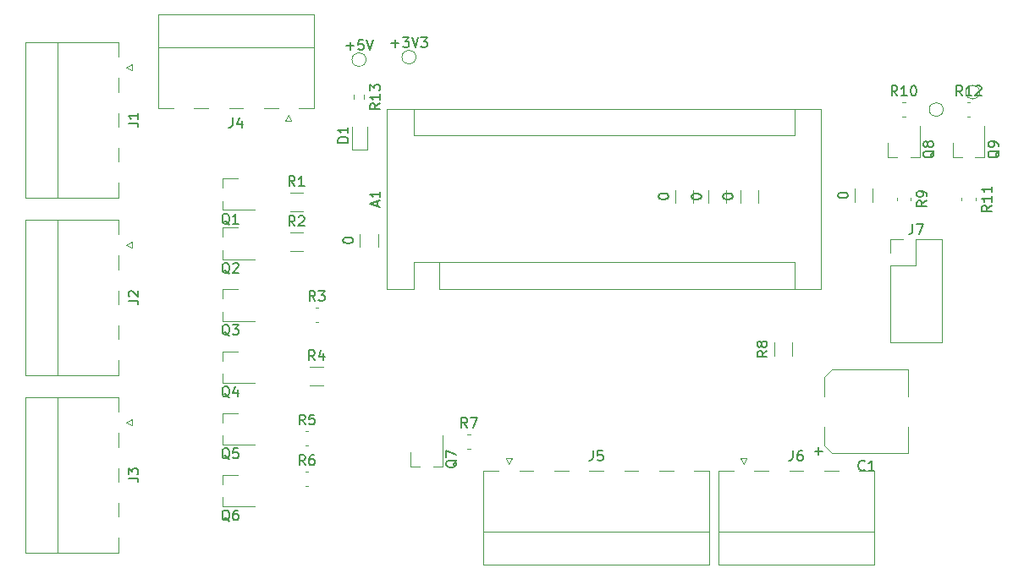
<source format=gbr>
G04 #@! TF.GenerationSoftware,KiCad,Pcbnew,8.0.3*
G04 #@! TF.CreationDate,2024-06-11T23:18:01+02:00*
G04 #@! TF.ProjectId,project,70726f6a-6563-4742-9e6b-696361645f70,rev?*
G04 #@! TF.SameCoordinates,Original*
G04 #@! TF.FileFunction,Legend,Top*
G04 #@! TF.FilePolarity,Positive*
%FSLAX46Y46*%
G04 Gerber Fmt 4.6, Leading zero omitted, Abs format (unit mm)*
G04 Created by KiCad (PCBNEW 8.0.3) date 2024-06-11 23:18:01*
%MOMM*%
%LPD*%
G01*
G04 APERTURE LIST*
%ADD10C,0.150000*%
%ADD11C,0.120000*%
G04 APERTURE END LIST*
D10*
X180333333Y-102059580D02*
X180285714Y-102107200D01*
X180285714Y-102107200D02*
X180142857Y-102154819D01*
X180142857Y-102154819D02*
X180047619Y-102154819D01*
X180047619Y-102154819D02*
X179904762Y-102107200D01*
X179904762Y-102107200D02*
X179809524Y-102011961D01*
X179809524Y-102011961D02*
X179761905Y-101916723D01*
X179761905Y-101916723D02*
X179714286Y-101726247D01*
X179714286Y-101726247D02*
X179714286Y-101583390D01*
X179714286Y-101583390D02*
X179761905Y-101392914D01*
X179761905Y-101392914D02*
X179809524Y-101297676D01*
X179809524Y-101297676D02*
X179904762Y-101202438D01*
X179904762Y-101202438D02*
X180047619Y-101154819D01*
X180047619Y-101154819D02*
X180142857Y-101154819D01*
X180142857Y-101154819D02*
X180285714Y-101202438D01*
X180285714Y-101202438D02*
X180333333Y-101250057D01*
X181285714Y-102154819D02*
X180714286Y-102154819D01*
X181000000Y-102154819D02*
X181000000Y-101154819D01*
X181000000Y-101154819D02*
X180904762Y-101297676D01*
X180904762Y-101297676D02*
X180809524Y-101392914D01*
X180809524Y-101392914D02*
X180714286Y-101440533D01*
X175339048Y-100223866D02*
X176100953Y-100223866D01*
X175720000Y-100604819D02*
X175720000Y-99842914D01*
X128154819Y-79140118D02*
X128154819Y-79044880D01*
X128154819Y-79044880D02*
X128202438Y-78949642D01*
X128202438Y-78949642D02*
X128250057Y-78902023D01*
X128250057Y-78902023D02*
X128345295Y-78854404D01*
X128345295Y-78854404D02*
X128535771Y-78806785D01*
X128535771Y-78806785D02*
X128773866Y-78806785D01*
X128773866Y-78806785D02*
X128964342Y-78854404D01*
X128964342Y-78854404D02*
X129059580Y-78902023D01*
X129059580Y-78902023D02*
X129107200Y-78949642D01*
X129107200Y-78949642D02*
X129154819Y-79044880D01*
X129154819Y-79044880D02*
X129154819Y-79140118D01*
X129154819Y-79140118D02*
X129107200Y-79235356D01*
X129107200Y-79235356D02*
X129059580Y-79282975D01*
X129059580Y-79282975D02*
X128964342Y-79330594D01*
X128964342Y-79330594D02*
X128773866Y-79378213D01*
X128773866Y-79378213D02*
X128535771Y-79378213D01*
X128535771Y-79378213D02*
X128345295Y-79330594D01*
X128345295Y-79330594D02*
X128250057Y-79282975D01*
X128250057Y-79282975D02*
X128202438Y-79235356D01*
X128202438Y-79235356D02*
X128154819Y-79140118D01*
X177654819Y-74640118D02*
X177654819Y-74544880D01*
X177654819Y-74544880D02*
X177702438Y-74449642D01*
X177702438Y-74449642D02*
X177750057Y-74402023D01*
X177750057Y-74402023D02*
X177845295Y-74354404D01*
X177845295Y-74354404D02*
X178035771Y-74306785D01*
X178035771Y-74306785D02*
X178273866Y-74306785D01*
X178273866Y-74306785D02*
X178464342Y-74354404D01*
X178464342Y-74354404D02*
X178559580Y-74402023D01*
X178559580Y-74402023D02*
X178607200Y-74449642D01*
X178607200Y-74449642D02*
X178654819Y-74544880D01*
X178654819Y-74544880D02*
X178654819Y-74640118D01*
X178654819Y-74640118D02*
X178607200Y-74735356D01*
X178607200Y-74735356D02*
X178559580Y-74782975D01*
X178559580Y-74782975D02*
X178464342Y-74830594D01*
X178464342Y-74830594D02*
X178273866Y-74878213D01*
X178273866Y-74878213D02*
X178035771Y-74878213D01*
X178035771Y-74878213D02*
X177845295Y-74830594D01*
X177845295Y-74830594D02*
X177750057Y-74782975D01*
X177750057Y-74782975D02*
X177702438Y-74735356D01*
X177702438Y-74735356D02*
X177654819Y-74640118D01*
X132988095Y-59375866D02*
X133750000Y-59375866D01*
X133369047Y-59756819D02*
X133369047Y-58994914D01*
X134130952Y-58756819D02*
X134749999Y-58756819D01*
X134749999Y-58756819D02*
X134416666Y-59137771D01*
X134416666Y-59137771D02*
X134559523Y-59137771D01*
X134559523Y-59137771D02*
X134654761Y-59185390D01*
X134654761Y-59185390D02*
X134702380Y-59233009D01*
X134702380Y-59233009D02*
X134749999Y-59328247D01*
X134749999Y-59328247D02*
X134749999Y-59566342D01*
X134749999Y-59566342D02*
X134702380Y-59661580D01*
X134702380Y-59661580D02*
X134654761Y-59709200D01*
X134654761Y-59709200D02*
X134559523Y-59756819D01*
X134559523Y-59756819D02*
X134273809Y-59756819D01*
X134273809Y-59756819D02*
X134178571Y-59709200D01*
X134178571Y-59709200D02*
X134130952Y-59661580D01*
X135035714Y-58756819D02*
X135369047Y-59756819D01*
X135369047Y-59756819D02*
X135702380Y-58756819D01*
X135940476Y-58756819D02*
X136559523Y-58756819D01*
X136559523Y-58756819D02*
X136226190Y-59137771D01*
X136226190Y-59137771D02*
X136369047Y-59137771D01*
X136369047Y-59137771D02*
X136464285Y-59185390D01*
X136464285Y-59185390D02*
X136511904Y-59233009D01*
X136511904Y-59233009D02*
X136559523Y-59328247D01*
X136559523Y-59328247D02*
X136559523Y-59566342D01*
X136559523Y-59566342D02*
X136511904Y-59661580D01*
X136511904Y-59661580D02*
X136464285Y-59709200D01*
X136464285Y-59709200D02*
X136369047Y-59756819D01*
X136369047Y-59756819D02*
X136083333Y-59756819D01*
X136083333Y-59756819D02*
X135988095Y-59709200D01*
X135988095Y-59709200D02*
X135940476Y-59661580D01*
X128464286Y-59625866D02*
X129226191Y-59625866D01*
X128845238Y-60006819D02*
X128845238Y-59244914D01*
X130178571Y-59006819D02*
X129702381Y-59006819D01*
X129702381Y-59006819D02*
X129654762Y-59483009D01*
X129654762Y-59483009D02*
X129702381Y-59435390D01*
X129702381Y-59435390D02*
X129797619Y-59387771D01*
X129797619Y-59387771D02*
X130035714Y-59387771D01*
X130035714Y-59387771D02*
X130130952Y-59435390D01*
X130130952Y-59435390D02*
X130178571Y-59483009D01*
X130178571Y-59483009D02*
X130226190Y-59578247D01*
X130226190Y-59578247D02*
X130226190Y-59816342D01*
X130226190Y-59816342D02*
X130178571Y-59911580D01*
X130178571Y-59911580D02*
X130130952Y-59959200D01*
X130130952Y-59959200D02*
X130035714Y-60006819D01*
X130035714Y-60006819D02*
X129797619Y-60006819D01*
X129797619Y-60006819D02*
X129702381Y-59959200D01*
X129702381Y-59959200D02*
X129654762Y-59911580D01*
X130511905Y-59006819D02*
X130845238Y-60006819D01*
X130845238Y-60006819D02*
X131178571Y-59006819D01*
X185136666Y-77474819D02*
X185136666Y-78189104D01*
X185136666Y-78189104D02*
X185089047Y-78331961D01*
X185089047Y-78331961D02*
X184993809Y-78427200D01*
X184993809Y-78427200D02*
X184850952Y-78474819D01*
X184850952Y-78474819D02*
X184755714Y-78474819D01*
X185517619Y-77474819D02*
X186184285Y-77474819D01*
X186184285Y-77474819D02*
X185755714Y-78474819D01*
X159704819Y-74740118D02*
X159704819Y-74644880D01*
X159704819Y-74644880D02*
X159752438Y-74549642D01*
X159752438Y-74549642D02*
X159800057Y-74502023D01*
X159800057Y-74502023D02*
X159895295Y-74454404D01*
X159895295Y-74454404D02*
X160085771Y-74406785D01*
X160085771Y-74406785D02*
X160323866Y-74406785D01*
X160323866Y-74406785D02*
X160514342Y-74454404D01*
X160514342Y-74454404D02*
X160609580Y-74502023D01*
X160609580Y-74502023D02*
X160657200Y-74549642D01*
X160657200Y-74549642D02*
X160704819Y-74644880D01*
X160704819Y-74644880D02*
X160704819Y-74740118D01*
X160704819Y-74740118D02*
X160657200Y-74835356D01*
X160657200Y-74835356D02*
X160609580Y-74882975D01*
X160609580Y-74882975D02*
X160514342Y-74930594D01*
X160514342Y-74930594D02*
X160323866Y-74978213D01*
X160323866Y-74978213D02*
X160085771Y-74978213D01*
X160085771Y-74978213D02*
X159895295Y-74930594D01*
X159895295Y-74930594D02*
X159800057Y-74882975D01*
X159800057Y-74882975D02*
X159752438Y-74835356D01*
X159752438Y-74835356D02*
X159704819Y-74740118D01*
X163004819Y-74755118D02*
X163004819Y-74659880D01*
X163004819Y-74659880D02*
X163052438Y-74564642D01*
X163052438Y-74564642D02*
X163100057Y-74517023D01*
X163100057Y-74517023D02*
X163195295Y-74469404D01*
X163195295Y-74469404D02*
X163385771Y-74421785D01*
X163385771Y-74421785D02*
X163623866Y-74421785D01*
X163623866Y-74421785D02*
X163814342Y-74469404D01*
X163814342Y-74469404D02*
X163909580Y-74517023D01*
X163909580Y-74517023D02*
X163957200Y-74564642D01*
X163957200Y-74564642D02*
X164004819Y-74659880D01*
X164004819Y-74659880D02*
X164004819Y-74755118D01*
X164004819Y-74755118D02*
X163957200Y-74850356D01*
X163957200Y-74850356D02*
X163909580Y-74897975D01*
X163909580Y-74897975D02*
X163814342Y-74945594D01*
X163814342Y-74945594D02*
X163623866Y-74993213D01*
X163623866Y-74993213D02*
X163385771Y-74993213D01*
X163385771Y-74993213D02*
X163195295Y-74945594D01*
X163195295Y-74945594D02*
X163100057Y-74897975D01*
X163100057Y-74897975D02*
X163052438Y-74850356D01*
X163052438Y-74850356D02*
X163004819Y-74755118D01*
X166137318Y-74740118D02*
X166137318Y-74644880D01*
X166137318Y-74644880D02*
X166184937Y-74549642D01*
X166184937Y-74549642D02*
X166232556Y-74502023D01*
X166232556Y-74502023D02*
X166327794Y-74454404D01*
X166327794Y-74454404D02*
X166518270Y-74406785D01*
X166518270Y-74406785D02*
X166756365Y-74406785D01*
X166756365Y-74406785D02*
X166946841Y-74454404D01*
X166946841Y-74454404D02*
X167042079Y-74502023D01*
X167042079Y-74502023D02*
X167089699Y-74549642D01*
X167089699Y-74549642D02*
X167137318Y-74644880D01*
X167137318Y-74644880D02*
X167137318Y-74740118D01*
X167137318Y-74740118D02*
X167089699Y-74835356D01*
X167089699Y-74835356D02*
X167042079Y-74882975D01*
X167042079Y-74882975D02*
X166946841Y-74930594D01*
X166946841Y-74930594D02*
X166756365Y-74978213D01*
X166756365Y-74978213D02*
X166518270Y-74978213D01*
X166518270Y-74978213D02*
X166327794Y-74930594D01*
X166327794Y-74930594D02*
X166232556Y-74882975D01*
X166232556Y-74882975D02*
X166184937Y-74835356D01*
X166184937Y-74835356D02*
X166137318Y-74740118D01*
X125370833Y-85154819D02*
X125037500Y-84678628D01*
X124799405Y-85154819D02*
X124799405Y-84154819D01*
X124799405Y-84154819D02*
X125180357Y-84154819D01*
X125180357Y-84154819D02*
X125275595Y-84202438D01*
X125275595Y-84202438D02*
X125323214Y-84250057D01*
X125323214Y-84250057D02*
X125370833Y-84345295D01*
X125370833Y-84345295D02*
X125370833Y-84488152D01*
X125370833Y-84488152D02*
X125323214Y-84583390D01*
X125323214Y-84583390D02*
X125275595Y-84631009D01*
X125275595Y-84631009D02*
X125180357Y-84678628D01*
X125180357Y-84678628D02*
X124799405Y-84678628D01*
X125704167Y-84154819D02*
X126323214Y-84154819D01*
X126323214Y-84154819D02*
X125989881Y-84535771D01*
X125989881Y-84535771D02*
X126132738Y-84535771D01*
X126132738Y-84535771D02*
X126227976Y-84583390D01*
X126227976Y-84583390D02*
X126275595Y-84631009D01*
X126275595Y-84631009D02*
X126323214Y-84726247D01*
X126323214Y-84726247D02*
X126323214Y-84964342D01*
X126323214Y-84964342D02*
X126275595Y-85059580D01*
X126275595Y-85059580D02*
X126227976Y-85107200D01*
X126227976Y-85107200D02*
X126132738Y-85154819D01*
X126132738Y-85154819D02*
X125847024Y-85154819D01*
X125847024Y-85154819D02*
X125751786Y-85107200D01*
X125751786Y-85107200D02*
X125704167Y-85059580D01*
X124370833Y-97554819D02*
X124037500Y-97078628D01*
X123799405Y-97554819D02*
X123799405Y-96554819D01*
X123799405Y-96554819D02*
X124180357Y-96554819D01*
X124180357Y-96554819D02*
X124275595Y-96602438D01*
X124275595Y-96602438D02*
X124323214Y-96650057D01*
X124323214Y-96650057D02*
X124370833Y-96745295D01*
X124370833Y-96745295D02*
X124370833Y-96888152D01*
X124370833Y-96888152D02*
X124323214Y-96983390D01*
X124323214Y-96983390D02*
X124275595Y-97031009D01*
X124275595Y-97031009D02*
X124180357Y-97078628D01*
X124180357Y-97078628D02*
X123799405Y-97078628D01*
X125275595Y-96554819D02*
X124799405Y-96554819D01*
X124799405Y-96554819D02*
X124751786Y-97031009D01*
X124751786Y-97031009D02*
X124799405Y-96983390D01*
X124799405Y-96983390D02*
X124894643Y-96935771D01*
X124894643Y-96935771D02*
X125132738Y-96935771D01*
X125132738Y-96935771D02*
X125227976Y-96983390D01*
X125227976Y-96983390D02*
X125275595Y-97031009D01*
X125275595Y-97031009D02*
X125323214Y-97126247D01*
X125323214Y-97126247D02*
X125323214Y-97364342D01*
X125323214Y-97364342D02*
X125275595Y-97459580D01*
X125275595Y-97459580D02*
X125227976Y-97507200D01*
X125227976Y-97507200D02*
X125132738Y-97554819D01*
X125132738Y-97554819D02*
X124894643Y-97554819D01*
X124894643Y-97554819D02*
X124799405Y-97507200D01*
X124799405Y-97507200D02*
X124751786Y-97459580D01*
X124370833Y-101604819D02*
X124037500Y-101128628D01*
X123799405Y-101604819D02*
X123799405Y-100604819D01*
X123799405Y-100604819D02*
X124180357Y-100604819D01*
X124180357Y-100604819D02*
X124275595Y-100652438D01*
X124275595Y-100652438D02*
X124323214Y-100700057D01*
X124323214Y-100700057D02*
X124370833Y-100795295D01*
X124370833Y-100795295D02*
X124370833Y-100938152D01*
X124370833Y-100938152D02*
X124323214Y-101033390D01*
X124323214Y-101033390D02*
X124275595Y-101081009D01*
X124275595Y-101081009D02*
X124180357Y-101128628D01*
X124180357Y-101128628D02*
X123799405Y-101128628D01*
X125227976Y-100604819D02*
X125037500Y-100604819D01*
X125037500Y-100604819D02*
X124942262Y-100652438D01*
X124942262Y-100652438D02*
X124894643Y-100700057D01*
X124894643Y-100700057D02*
X124799405Y-100842914D01*
X124799405Y-100842914D02*
X124751786Y-101033390D01*
X124751786Y-101033390D02*
X124751786Y-101414342D01*
X124751786Y-101414342D02*
X124799405Y-101509580D01*
X124799405Y-101509580D02*
X124847024Y-101557200D01*
X124847024Y-101557200D02*
X124942262Y-101604819D01*
X124942262Y-101604819D02*
X125132738Y-101604819D01*
X125132738Y-101604819D02*
X125227976Y-101557200D01*
X125227976Y-101557200D02*
X125275595Y-101509580D01*
X125275595Y-101509580D02*
X125323214Y-101414342D01*
X125323214Y-101414342D02*
X125323214Y-101176247D01*
X125323214Y-101176247D02*
X125275595Y-101081009D01*
X125275595Y-101081009D02*
X125227976Y-101033390D01*
X125227976Y-101033390D02*
X125132738Y-100985771D01*
X125132738Y-100985771D02*
X124942262Y-100985771D01*
X124942262Y-100985771D02*
X124847024Y-101033390D01*
X124847024Y-101033390D02*
X124799405Y-101081009D01*
X124799405Y-101081009D02*
X124751786Y-101176247D01*
X140583333Y-97854819D02*
X140250000Y-97378628D01*
X140011905Y-97854819D02*
X140011905Y-96854819D01*
X140011905Y-96854819D02*
X140392857Y-96854819D01*
X140392857Y-96854819D02*
X140488095Y-96902438D01*
X140488095Y-96902438D02*
X140535714Y-96950057D01*
X140535714Y-96950057D02*
X140583333Y-97045295D01*
X140583333Y-97045295D02*
X140583333Y-97188152D01*
X140583333Y-97188152D02*
X140535714Y-97283390D01*
X140535714Y-97283390D02*
X140488095Y-97331009D01*
X140488095Y-97331009D02*
X140392857Y-97378628D01*
X140392857Y-97378628D02*
X140011905Y-97378628D01*
X140916667Y-96854819D02*
X141583333Y-96854819D01*
X141583333Y-96854819D02*
X141154762Y-97854819D01*
X131589104Y-75644285D02*
X131589104Y-75168095D01*
X131874819Y-75739523D02*
X130874819Y-75406190D01*
X130874819Y-75406190D02*
X131874819Y-75072857D01*
X131874819Y-74215714D02*
X131874819Y-74787142D01*
X131874819Y-74501428D02*
X130874819Y-74501428D01*
X130874819Y-74501428D02*
X131017676Y-74596666D01*
X131017676Y-74596666D02*
X131112914Y-74691904D01*
X131112914Y-74691904D02*
X131160533Y-74787142D01*
X128654819Y-69293094D02*
X127654819Y-69293094D01*
X127654819Y-69293094D02*
X127654819Y-69054999D01*
X127654819Y-69054999D02*
X127702438Y-68912142D01*
X127702438Y-68912142D02*
X127797676Y-68816904D01*
X127797676Y-68816904D02*
X127892914Y-68769285D01*
X127892914Y-68769285D02*
X128083390Y-68721666D01*
X128083390Y-68721666D02*
X128226247Y-68721666D01*
X128226247Y-68721666D02*
X128416723Y-68769285D01*
X128416723Y-68769285D02*
X128511961Y-68816904D01*
X128511961Y-68816904D02*
X128607200Y-68912142D01*
X128607200Y-68912142D02*
X128654819Y-69054999D01*
X128654819Y-69054999D02*
X128654819Y-69293094D01*
X128654819Y-67769285D02*
X128654819Y-68340713D01*
X128654819Y-68054999D02*
X127654819Y-68054999D01*
X127654819Y-68054999D02*
X127797676Y-68150237D01*
X127797676Y-68150237D02*
X127892914Y-68245475D01*
X127892914Y-68245475D02*
X127940533Y-68340713D01*
X106670813Y-67366729D02*
X107385098Y-67366729D01*
X107385098Y-67366729D02*
X107527955Y-67414348D01*
X107527955Y-67414348D02*
X107623194Y-67509586D01*
X107623194Y-67509586D02*
X107670813Y-67652443D01*
X107670813Y-67652443D02*
X107670813Y-67747681D01*
X107670813Y-66366729D02*
X107670813Y-66938157D01*
X107670813Y-66652443D02*
X106670813Y-66652443D01*
X106670813Y-66652443D02*
X106813670Y-66747681D01*
X106813670Y-66747681D02*
X106908908Y-66842919D01*
X106908908Y-66842919D02*
X106956527Y-66938157D01*
X106670813Y-85146729D02*
X107385098Y-85146729D01*
X107385098Y-85146729D02*
X107527955Y-85194348D01*
X107527955Y-85194348D02*
X107623194Y-85289586D01*
X107623194Y-85289586D02*
X107670813Y-85432443D01*
X107670813Y-85432443D02*
X107670813Y-85527681D01*
X106766051Y-84718157D02*
X106718432Y-84670538D01*
X106718432Y-84670538D02*
X106670813Y-84575300D01*
X106670813Y-84575300D02*
X106670813Y-84337205D01*
X106670813Y-84337205D02*
X106718432Y-84241967D01*
X106718432Y-84241967D02*
X106766051Y-84194348D01*
X106766051Y-84194348D02*
X106861289Y-84146729D01*
X106861289Y-84146729D02*
X106956527Y-84146729D01*
X106956527Y-84146729D02*
X107099384Y-84194348D01*
X107099384Y-84194348D02*
X107670813Y-84765776D01*
X107670813Y-84765776D02*
X107670813Y-84146729D01*
X106670813Y-102926729D02*
X107385098Y-102926729D01*
X107385098Y-102926729D02*
X107527955Y-102974348D01*
X107527955Y-102974348D02*
X107623194Y-103069586D01*
X107623194Y-103069586D02*
X107670813Y-103212443D01*
X107670813Y-103212443D02*
X107670813Y-103307681D01*
X106670813Y-102545776D02*
X106670813Y-101926729D01*
X106670813Y-101926729D02*
X107051765Y-102260062D01*
X107051765Y-102260062D02*
X107051765Y-102117205D01*
X107051765Y-102117205D02*
X107099384Y-102021967D01*
X107099384Y-102021967D02*
X107147003Y-101974348D01*
X107147003Y-101974348D02*
X107242241Y-101926729D01*
X107242241Y-101926729D02*
X107480336Y-101926729D01*
X107480336Y-101926729D02*
X107575574Y-101974348D01*
X107575574Y-101974348D02*
X107623194Y-102021967D01*
X107623194Y-102021967D02*
X107670813Y-102117205D01*
X107670813Y-102117205D02*
X107670813Y-102402919D01*
X107670813Y-102402919D02*
X107623194Y-102498157D01*
X107623194Y-102498157D02*
X107575574Y-102545776D01*
X117116666Y-66804819D02*
X117116666Y-67519104D01*
X117116666Y-67519104D02*
X117069047Y-67661961D01*
X117069047Y-67661961D02*
X116973809Y-67757200D01*
X116973809Y-67757200D02*
X116830952Y-67804819D01*
X116830952Y-67804819D02*
X116735714Y-67804819D01*
X118021428Y-67138152D02*
X118021428Y-67804819D01*
X117783333Y-66757200D02*
X117545238Y-67471485D01*
X117545238Y-67471485D02*
X118164285Y-67471485D01*
X153166666Y-100154819D02*
X153166666Y-100869104D01*
X153166666Y-100869104D02*
X153119047Y-101011961D01*
X153119047Y-101011961D02*
X153023809Y-101107200D01*
X153023809Y-101107200D02*
X152880952Y-101154819D01*
X152880952Y-101154819D02*
X152785714Y-101154819D01*
X154119047Y-100154819D02*
X153642857Y-100154819D01*
X153642857Y-100154819D02*
X153595238Y-100631009D01*
X153595238Y-100631009D02*
X153642857Y-100583390D01*
X153642857Y-100583390D02*
X153738095Y-100535771D01*
X153738095Y-100535771D02*
X153976190Y-100535771D01*
X153976190Y-100535771D02*
X154071428Y-100583390D01*
X154071428Y-100583390D02*
X154119047Y-100631009D01*
X154119047Y-100631009D02*
X154166666Y-100726247D01*
X154166666Y-100726247D02*
X154166666Y-100964342D01*
X154166666Y-100964342D02*
X154119047Y-101059580D01*
X154119047Y-101059580D02*
X154071428Y-101107200D01*
X154071428Y-101107200D02*
X153976190Y-101154819D01*
X153976190Y-101154819D02*
X153738095Y-101154819D01*
X153738095Y-101154819D02*
X153642857Y-101107200D01*
X153642857Y-101107200D02*
X153595238Y-101059580D01*
X173166666Y-100154819D02*
X173166666Y-100869104D01*
X173166666Y-100869104D02*
X173119047Y-101011961D01*
X173119047Y-101011961D02*
X173023809Y-101107200D01*
X173023809Y-101107200D02*
X172880952Y-101154819D01*
X172880952Y-101154819D02*
X172785714Y-101154819D01*
X174071428Y-100154819D02*
X173880952Y-100154819D01*
X173880952Y-100154819D02*
X173785714Y-100202438D01*
X173785714Y-100202438D02*
X173738095Y-100250057D01*
X173738095Y-100250057D02*
X173642857Y-100392914D01*
X173642857Y-100392914D02*
X173595238Y-100583390D01*
X173595238Y-100583390D02*
X173595238Y-100964342D01*
X173595238Y-100964342D02*
X173642857Y-101059580D01*
X173642857Y-101059580D02*
X173690476Y-101107200D01*
X173690476Y-101107200D02*
X173785714Y-101154819D01*
X173785714Y-101154819D02*
X173976190Y-101154819D01*
X173976190Y-101154819D02*
X174071428Y-101107200D01*
X174071428Y-101107200D02*
X174119047Y-101059580D01*
X174119047Y-101059580D02*
X174166666Y-100964342D01*
X174166666Y-100964342D02*
X174166666Y-100726247D01*
X174166666Y-100726247D02*
X174119047Y-100631009D01*
X174119047Y-100631009D02*
X174071428Y-100583390D01*
X174071428Y-100583390D02*
X173976190Y-100535771D01*
X173976190Y-100535771D02*
X173785714Y-100535771D01*
X173785714Y-100535771D02*
X173690476Y-100583390D01*
X173690476Y-100583390D02*
X173642857Y-100631009D01*
X173642857Y-100631009D02*
X173595238Y-100726247D01*
X116790755Y-77533453D02*
X116695517Y-77485834D01*
X116695517Y-77485834D02*
X116600279Y-77390596D01*
X116600279Y-77390596D02*
X116457422Y-77247738D01*
X116457422Y-77247738D02*
X116362184Y-77200119D01*
X116362184Y-77200119D02*
X116266946Y-77200119D01*
X116314565Y-77438215D02*
X116219327Y-77390596D01*
X116219327Y-77390596D02*
X116124089Y-77295357D01*
X116124089Y-77295357D02*
X116076470Y-77104881D01*
X116076470Y-77104881D02*
X116076470Y-76771548D01*
X116076470Y-76771548D02*
X116124089Y-76581072D01*
X116124089Y-76581072D02*
X116219327Y-76485834D01*
X116219327Y-76485834D02*
X116314565Y-76438215D01*
X116314565Y-76438215D02*
X116505041Y-76438215D01*
X116505041Y-76438215D02*
X116600279Y-76485834D01*
X116600279Y-76485834D02*
X116695517Y-76581072D01*
X116695517Y-76581072D02*
X116743136Y-76771548D01*
X116743136Y-76771548D02*
X116743136Y-77104881D01*
X116743136Y-77104881D02*
X116695517Y-77295357D01*
X116695517Y-77295357D02*
X116600279Y-77390596D01*
X116600279Y-77390596D02*
X116505041Y-77438215D01*
X116505041Y-77438215D02*
X116314565Y-77438215D01*
X117695517Y-77438215D02*
X117124089Y-77438215D01*
X117409803Y-77438215D02*
X117409803Y-76438215D01*
X117409803Y-76438215D02*
X117314565Y-76581072D01*
X117314565Y-76581072D02*
X117219327Y-76676310D01*
X117219327Y-76676310D02*
X117124089Y-76723929D01*
X116790755Y-82455119D02*
X116695517Y-82407500D01*
X116695517Y-82407500D02*
X116600279Y-82312262D01*
X116600279Y-82312262D02*
X116457422Y-82169404D01*
X116457422Y-82169404D02*
X116362184Y-82121785D01*
X116362184Y-82121785D02*
X116266946Y-82121785D01*
X116314565Y-82359881D02*
X116219327Y-82312262D01*
X116219327Y-82312262D02*
X116124089Y-82217023D01*
X116124089Y-82217023D02*
X116076470Y-82026547D01*
X116076470Y-82026547D02*
X116076470Y-81693214D01*
X116076470Y-81693214D02*
X116124089Y-81502738D01*
X116124089Y-81502738D02*
X116219327Y-81407500D01*
X116219327Y-81407500D02*
X116314565Y-81359881D01*
X116314565Y-81359881D02*
X116505041Y-81359881D01*
X116505041Y-81359881D02*
X116600279Y-81407500D01*
X116600279Y-81407500D02*
X116695517Y-81502738D01*
X116695517Y-81502738D02*
X116743136Y-81693214D01*
X116743136Y-81693214D02*
X116743136Y-82026547D01*
X116743136Y-82026547D02*
X116695517Y-82217023D01*
X116695517Y-82217023D02*
X116600279Y-82312262D01*
X116600279Y-82312262D02*
X116505041Y-82359881D01*
X116505041Y-82359881D02*
X116314565Y-82359881D01*
X117124089Y-81455119D02*
X117171708Y-81407500D01*
X117171708Y-81407500D02*
X117266946Y-81359881D01*
X117266946Y-81359881D02*
X117505041Y-81359881D01*
X117505041Y-81359881D02*
X117600279Y-81407500D01*
X117600279Y-81407500D02*
X117647898Y-81455119D01*
X117647898Y-81455119D02*
X117695517Y-81550357D01*
X117695517Y-81550357D02*
X117695517Y-81645595D01*
X117695517Y-81645595D02*
X117647898Y-81788452D01*
X117647898Y-81788452D02*
X117076470Y-82359881D01*
X117076470Y-82359881D02*
X117695517Y-82359881D01*
X116790755Y-88646785D02*
X116695517Y-88599166D01*
X116695517Y-88599166D02*
X116600279Y-88503928D01*
X116600279Y-88503928D02*
X116457422Y-88361070D01*
X116457422Y-88361070D02*
X116362184Y-88313451D01*
X116362184Y-88313451D02*
X116266946Y-88313451D01*
X116314565Y-88551547D02*
X116219327Y-88503928D01*
X116219327Y-88503928D02*
X116124089Y-88408689D01*
X116124089Y-88408689D02*
X116076470Y-88218213D01*
X116076470Y-88218213D02*
X116076470Y-87884880D01*
X116076470Y-87884880D02*
X116124089Y-87694404D01*
X116124089Y-87694404D02*
X116219327Y-87599166D01*
X116219327Y-87599166D02*
X116314565Y-87551547D01*
X116314565Y-87551547D02*
X116505041Y-87551547D01*
X116505041Y-87551547D02*
X116600279Y-87599166D01*
X116600279Y-87599166D02*
X116695517Y-87694404D01*
X116695517Y-87694404D02*
X116743136Y-87884880D01*
X116743136Y-87884880D02*
X116743136Y-88218213D01*
X116743136Y-88218213D02*
X116695517Y-88408689D01*
X116695517Y-88408689D02*
X116600279Y-88503928D01*
X116600279Y-88503928D02*
X116505041Y-88551547D01*
X116505041Y-88551547D02*
X116314565Y-88551547D01*
X117076470Y-87551547D02*
X117695517Y-87551547D01*
X117695517Y-87551547D02*
X117362184Y-87932499D01*
X117362184Y-87932499D02*
X117505041Y-87932499D01*
X117505041Y-87932499D02*
X117600279Y-87980118D01*
X117600279Y-87980118D02*
X117647898Y-88027737D01*
X117647898Y-88027737D02*
X117695517Y-88122975D01*
X117695517Y-88122975D02*
X117695517Y-88361070D01*
X117695517Y-88361070D02*
X117647898Y-88456308D01*
X117647898Y-88456308D02*
X117600279Y-88503928D01*
X117600279Y-88503928D02*
X117505041Y-88551547D01*
X117505041Y-88551547D02*
X117219327Y-88551547D01*
X117219327Y-88551547D02*
X117124089Y-88503928D01*
X117124089Y-88503928D02*
X117076470Y-88456308D01*
X116790755Y-94838451D02*
X116695517Y-94790832D01*
X116695517Y-94790832D02*
X116600279Y-94695594D01*
X116600279Y-94695594D02*
X116457422Y-94552736D01*
X116457422Y-94552736D02*
X116362184Y-94505117D01*
X116362184Y-94505117D02*
X116266946Y-94505117D01*
X116314565Y-94743213D02*
X116219327Y-94695594D01*
X116219327Y-94695594D02*
X116124089Y-94600355D01*
X116124089Y-94600355D02*
X116076470Y-94409879D01*
X116076470Y-94409879D02*
X116076470Y-94076546D01*
X116076470Y-94076546D02*
X116124089Y-93886070D01*
X116124089Y-93886070D02*
X116219327Y-93790832D01*
X116219327Y-93790832D02*
X116314565Y-93743213D01*
X116314565Y-93743213D02*
X116505041Y-93743213D01*
X116505041Y-93743213D02*
X116600279Y-93790832D01*
X116600279Y-93790832D02*
X116695517Y-93886070D01*
X116695517Y-93886070D02*
X116743136Y-94076546D01*
X116743136Y-94076546D02*
X116743136Y-94409879D01*
X116743136Y-94409879D02*
X116695517Y-94600355D01*
X116695517Y-94600355D02*
X116600279Y-94695594D01*
X116600279Y-94695594D02*
X116505041Y-94743213D01*
X116505041Y-94743213D02*
X116314565Y-94743213D01*
X117600279Y-94076546D02*
X117600279Y-94743213D01*
X117362184Y-93695594D02*
X117124089Y-94409879D01*
X117124089Y-94409879D02*
X117743136Y-94409879D01*
X116790755Y-101030117D02*
X116695517Y-100982498D01*
X116695517Y-100982498D02*
X116600279Y-100887260D01*
X116600279Y-100887260D02*
X116457422Y-100744402D01*
X116457422Y-100744402D02*
X116362184Y-100696783D01*
X116362184Y-100696783D02*
X116266946Y-100696783D01*
X116314565Y-100934879D02*
X116219327Y-100887260D01*
X116219327Y-100887260D02*
X116124089Y-100792021D01*
X116124089Y-100792021D02*
X116076470Y-100601545D01*
X116076470Y-100601545D02*
X116076470Y-100268212D01*
X116076470Y-100268212D02*
X116124089Y-100077736D01*
X116124089Y-100077736D02*
X116219327Y-99982498D01*
X116219327Y-99982498D02*
X116314565Y-99934879D01*
X116314565Y-99934879D02*
X116505041Y-99934879D01*
X116505041Y-99934879D02*
X116600279Y-99982498D01*
X116600279Y-99982498D02*
X116695517Y-100077736D01*
X116695517Y-100077736D02*
X116743136Y-100268212D01*
X116743136Y-100268212D02*
X116743136Y-100601545D01*
X116743136Y-100601545D02*
X116695517Y-100792021D01*
X116695517Y-100792021D02*
X116600279Y-100887260D01*
X116600279Y-100887260D02*
X116505041Y-100934879D01*
X116505041Y-100934879D02*
X116314565Y-100934879D01*
X117647898Y-99934879D02*
X117171708Y-99934879D01*
X117171708Y-99934879D02*
X117124089Y-100411069D01*
X117124089Y-100411069D02*
X117171708Y-100363450D01*
X117171708Y-100363450D02*
X117266946Y-100315831D01*
X117266946Y-100315831D02*
X117505041Y-100315831D01*
X117505041Y-100315831D02*
X117600279Y-100363450D01*
X117600279Y-100363450D02*
X117647898Y-100411069D01*
X117647898Y-100411069D02*
X117695517Y-100506307D01*
X117695517Y-100506307D02*
X117695517Y-100744402D01*
X117695517Y-100744402D02*
X117647898Y-100839640D01*
X117647898Y-100839640D02*
X117600279Y-100887260D01*
X117600279Y-100887260D02*
X117505041Y-100934879D01*
X117505041Y-100934879D02*
X117266946Y-100934879D01*
X117266946Y-100934879D02*
X117171708Y-100887260D01*
X117171708Y-100887260D02*
X117124089Y-100839640D01*
X116790755Y-107221783D02*
X116695517Y-107174164D01*
X116695517Y-107174164D02*
X116600279Y-107078926D01*
X116600279Y-107078926D02*
X116457422Y-106936068D01*
X116457422Y-106936068D02*
X116362184Y-106888449D01*
X116362184Y-106888449D02*
X116266946Y-106888449D01*
X116314565Y-107126545D02*
X116219327Y-107078926D01*
X116219327Y-107078926D02*
X116124089Y-106983687D01*
X116124089Y-106983687D02*
X116076470Y-106793211D01*
X116076470Y-106793211D02*
X116076470Y-106459878D01*
X116076470Y-106459878D02*
X116124089Y-106269402D01*
X116124089Y-106269402D02*
X116219327Y-106174164D01*
X116219327Y-106174164D02*
X116314565Y-106126545D01*
X116314565Y-106126545D02*
X116505041Y-106126545D01*
X116505041Y-106126545D02*
X116600279Y-106174164D01*
X116600279Y-106174164D02*
X116695517Y-106269402D01*
X116695517Y-106269402D02*
X116743136Y-106459878D01*
X116743136Y-106459878D02*
X116743136Y-106793211D01*
X116743136Y-106793211D02*
X116695517Y-106983687D01*
X116695517Y-106983687D02*
X116600279Y-107078926D01*
X116600279Y-107078926D02*
X116505041Y-107126545D01*
X116505041Y-107126545D02*
X116314565Y-107126545D01*
X117600279Y-106126545D02*
X117409803Y-106126545D01*
X117409803Y-106126545D02*
X117314565Y-106174164D01*
X117314565Y-106174164D02*
X117266946Y-106221783D01*
X117266946Y-106221783D02*
X117171708Y-106364640D01*
X117171708Y-106364640D02*
X117124089Y-106555116D01*
X117124089Y-106555116D02*
X117124089Y-106936068D01*
X117124089Y-106936068D02*
X117171708Y-107031306D01*
X117171708Y-107031306D02*
X117219327Y-107078926D01*
X117219327Y-107078926D02*
X117314565Y-107126545D01*
X117314565Y-107126545D02*
X117505041Y-107126545D01*
X117505041Y-107126545D02*
X117600279Y-107078926D01*
X117600279Y-107078926D02*
X117647898Y-107031306D01*
X117647898Y-107031306D02*
X117695517Y-106936068D01*
X117695517Y-106936068D02*
X117695517Y-106697973D01*
X117695517Y-106697973D02*
X117647898Y-106602735D01*
X117647898Y-106602735D02*
X117600279Y-106555116D01*
X117600279Y-106555116D02*
X117505041Y-106507497D01*
X117505041Y-106507497D02*
X117314565Y-106507497D01*
X117314565Y-106507497D02*
X117219327Y-106555116D01*
X117219327Y-106555116D02*
X117171708Y-106602735D01*
X117171708Y-106602735D02*
X117124089Y-106697973D01*
X139550057Y-101095238D02*
X139502438Y-101190476D01*
X139502438Y-101190476D02*
X139407200Y-101285714D01*
X139407200Y-101285714D02*
X139264342Y-101428571D01*
X139264342Y-101428571D02*
X139216723Y-101523809D01*
X139216723Y-101523809D02*
X139216723Y-101619047D01*
X139454819Y-101571428D02*
X139407200Y-101666666D01*
X139407200Y-101666666D02*
X139311961Y-101761904D01*
X139311961Y-101761904D02*
X139121485Y-101809523D01*
X139121485Y-101809523D02*
X138788152Y-101809523D01*
X138788152Y-101809523D02*
X138597676Y-101761904D01*
X138597676Y-101761904D02*
X138502438Y-101666666D01*
X138502438Y-101666666D02*
X138454819Y-101571428D01*
X138454819Y-101571428D02*
X138454819Y-101380952D01*
X138454819Y-101380952D02*
X138502438Y-101285714D01*
X138502438Y-101285714D02*
X138597676Y-101190476D01*
X138597676Y-101190476D02*
X138788152Y-101142857D01*
X138788152Y-101142857D02*
X139121485Y-101142857D01*
X139121485Y-101142857D02*
X139311961Y-101190476D01*
X139311961Y-101190476D02*
X139407200Y-101285714D01*
X139407200Y-101285714D02*
X139454819Y-101380952D01*
X139454819Y-101380952D02*
X139454819Y-101571428D01*
X138454819Y-100809523D02*
X138454819Y-100142857D01*
X138454819Y-100142857D02*
X139454819Y-100571428D01*
X187300057Y-70095238D02*
X187252438Y-70190476D01*
X187252438Y-70190476D02*
X187157200Y-70285714D01*
X187157200Y-70285714D02*
X187014342Y-70428571D01*
X187014342Y-70428571D02*
X186966723Y-70523809D01*
X186966723Y-70523809D02*
X186966723Y-70619047D01*
X187204819Y-70571428D02*
X187157200Y-70666666D01*
X187157200Y-70666666D02*
X187061961Y-70761904D01*
X187061961Y-70761904D02*
X186871485Y-70809523D01*
X186871485Y-70809523D02*
X186538152Y-70809523D01*
X186538152Y-70809523D02*
X186347676Y-70761904D01*
X186347676Y-70761904D02*
X186252438Y-70666666D01*
X186252438Y-70666666D02*
X186204819Y-70571428D01*
X186204819Y-70571428D02*
X186204819Y-70380952D01*
X186204819Y-70380952D02*
X186252438Y-70285714D01*
X186252438Y-70285714D02*
X186347676Y-70190476D01*
X186347676Y-70190476D02*
X186538152Y-70142857D01*
X186538152Y-70142857D02*
X186871485Y-70142857D01*
X186871485Y-70142857D02*
X187061961Y-70190476D01*
X187061961Y-70190476D02*
X187157200Y-70285714D01*
X187157200Y-70285714D02*
X187204819Y-70380952D01*
X187204819Y-70380952D02*
X187204819Y-70571428D01*
X186633390Y-69571428D02*
X186585771Y-69666666D01*
X186585771Y-69666666D02*
X186538152Y-69714285D01*
X186538152Y-69714285D02*
X186442914Y-69761904D01*
X186442914Y-69761904D02*
X186395295Y-69761904D01*
X186395295Y-69761904D02*
X186300057Y-69714285D01*
X186300057Y-69714285D02*
X186252438Y-69666666D01*
X186252438Y-69666666D02*
X186204819Y-69571428D01*
X186204819Y-69571428D02*
X186204819Y-69380952D01*
X186204819Y-69380952D02*
X186252438Y-69285714D01*
X186252438Y-69285714D02*
X186300057Y-69238095D01*
X186300057Y-69238095D02*
X186395295Y-69190476D01*
X186395295Y-69190476D02*
X186442914Y-69190476D01*
X186442914Y-69190476D02*
X186538152Y-69238095D01*
X186538152Y-69238095D02*
X186585771Y-69285714D01*
X186585771Y-69285714D02*
X186633390Y-69380952D01*
X186633390Y-69380952D02*
X186633390Y-69571428D01*
X186633390Y-69571428D02*
X186681009Y-69666666D01*
X186681009Y-69666666D02*
X186728628Y-69714285D01*
X186728628Y-69714285D02*
X186823866Y-69761904D01*
X186823866Y-69761904D02*
X187014342Y-69761904D01*
X187014342Y-69761904D02*
X187109580Y-69714285D01*
X187109580Y-69714285D02*
X187157200Y-69666666D01*
X187157200Y-69666666D02*
X187204819Y-69571428D01*
X187204819Y-69571428D02*
X187204819Y-69380952D01*
X187204819Y-69380952D02*
X187157200Y-69285714D01*
X187157200Y-69285714D02*
X187109580Y-69238095D01*
X187109580Y-69238095D02*
X187014342Y-69190476D01*
X187014342Y-69190476D02*
X186823866Y-69190476D01*
X186823866Y-69190476D02*
X186728628Y-69238095D01*
X186728628Y-69238095D02*
X186681009Y-69285714D01*
X186681009Y-69285714D02*
X186633390Y-69380952D01*
X193800057Y-70095238D02*
X193752438Y-70190476D01*
X193752438Y-70190476D02*
X193657200Y-70285714D01*
X193657200Y-70285714D02*
X193514342Y-70428571D01*
X193514342Y-70428571D02*
X193466723Y-70523809D01*
X193466723Y-70523809D02*
X193466723Y-70619047D01*
X193704819Y-70571428D02*
X193657200Y-70666666D01*
X193657200Y-70666666D02*
X193561961Y-70761904D01*
X193561961Y-70761904D02*
X193371485Y-70809523D01*
X193371485Y-70809523D02*
X193038152Y-70809523D01*
X193038152Y-70809523D02*
X192847676Y-70761904D01*
X192847676Y-70761904D02*
X192752438Y-70666666D01*
X192752438Y-70666666D02*
X192704819Y-70571428D01*
X192704819Y-70571428D02*
X192704819Y-70380952D01*
X192704819Y-70380952D02*
X192752438Y-70285714D01*
X192752438Y-70285714D02*
X192847676Y-70190476D01*
X192847676Y-70190476D02*
X193038152Y-70142857D01*
X193038152Y-70142857D02*
X193371485Y-70142857D01*
X193371485Y-70142857D02*
X193561961Y-70190476D01*
X193561961Y-70190476D02*
X193657200Y-70285714D01*
X193657200Y-70285714D02*
X193704819Y-70380952D01*
X193704819Y-70380952D02*
X193704819Y-70571428D01*
X193704819Y-69666666D02*
X193704819Y-69476190D01*
X193704819Y-69476190D02*
X193657200Y-69380952D01*
X193657200Y-69380952D02*
X193609580Y-69333333D01*
X193609580Y-69333333D02*
X193466723Y-69238095D01*
X193466723Y-69238095D02*
X193276247Y-69190476D01*
X193276247Y-69190476D02*
X192895295Y-69190476D01*
X192895295Y-69190476D02*
X192800057Y-69238095D01*
X192800057Y-69238095D02*
X192752438Y-69285714D01*
X192752438Y-69285714D02*
X192704819Y-69380952D01*
X192704819Y-69380952D02*
X192704819Y-69571428D01*
X192704819Y-69571428D02*
X192752438Y-69666666D01*
X192752438Y-69666666D02*
X192800057Y-69714285D01*
X192800057Y-69714285D02*
X192895295Y-69761904D01*
X192895295Y-69761904D02*
X193133390Y-69761904D01*
X193133390Y-69761904D02*
X193228628Y-69714285D01*
X193228628Y-69714285D02*
X193276247Y-69666666D01*
X193276247Y-69666666D02*
X193323866Y-69571428D01*
X193323866Y-69571428D02*
X193323866Y-69380952D01*
X193323866Y-69380952D02*
X193276247Y-69285714D01*
X193276247Y-69285714D02*
X193228628Y-69238095D01*
X193228628Y-69238095D02*
X193133390Y-69190476D01*
X123333333Y-73654819D02*
X123000000Y-73178628D01*
X122761905Y-73654819D02*
X122761905Y-72654819D01*
X122761905Y-72654819D02*
X123142857Y-72654819D01*
X123142857Y-72654819D02*
X123238095Y-72702438D01*
X123238095Y-72702438D02*
X123285714Y-72750057D01*
X123285714Y-72750057D02*
X123333333Y-72845295D01*
X123333333Y-72845295D02*
X123333333Y-72988152D01*
X123333333Y-72988152D02*
X123285714Y-73083390D01*
X123285714Y-73083390D02*
X123238095Y-73131009D01*
X123238095Y-73131009D02*
X123142857Y-73178628D01*
X123142857Y-73178628D02*
X122761905Y-73178628D01*
X124285714Y-73654819D02*
X123714286Y-73654819D01*
X124000000Y-73654819D02*
X124000000Y-72654819D01*
X124000000Y-72654819D02*
X123904762Y-72797676D01*
X123904762Y-72797676D02*
X123809524Y-72892914D01*
X123809524Y-72892914D02*
X123714286Y-72940533D01*
X123333333Y-77654819D02*
X123000000Y-77178628D01*
X122761905Y-77654819D02*
X122761905Y-76654819D01*
X122761905Y-76654819D02*
X123142857Y-76654819D01*
X123142857Y-76654819D02*
X123238095Y-76702438D01*
X123238095Y-76702438D02*
X123285714Y-76750057D01*
X123285714Y-76750057D02*
X123333333Y-76845295D01*
X123333333Y-76845295D02*
X123333333Y-76988152D01*
X123333333Y-76988152D02*
X123285714Y-77083390D01*
X123285714Y-77083390D02*
X123238095Y-77131009D01*
X123238095Y-77131009D02*
X123142857Y-77178628D01*
X123142857Y-77178628D02*
X122761905Y-77178628D01*
X123714286Y-76750057D02*
X123761905Y-76702438D01*
X123761905Y-76702438D02*
X123857143Y-76654819D01*
X123857143Y-76654819D02*
X124095238Y-76654819D01*
X124095238Y-76654819D02*
X124190476Y-76702438D01*
X124190476Y-76702438D02*
X124238095Y-76750057D01*
X124238095Y-76750057D02*
X124285714Y-76845295D01*
X124285714Y-76845295D02*
X124285714Y-76940533D01*
X124285714Y-76940533D02*
X124238095Y-77083390D01*
X124238095Y-77083390D02*
X123666667Y-77654819D01*
X123666667Y-77654819D02*
X124285714Y-77654819D01*
X125333333Y-91114819D02*
X125000000Y-90638628D01*
X124761905Y-91114819D02*
X124761905Y-90114819D01*
X124761905Y-90114819D02*
X125142857Y-90114819D01*
X125142857Y-90114819D02*
X125238095Y-90162438D01*
X125238095Y-90162438D02*
X125285714Y-90210057D01*
X125285714Y-90210057D02*
X125333333Y-90305295D01*
X125333333Y-90305295D02*
X125333333Y-90448152D01*
X125333333Y-90448152D02*
X125285714Y-90543390D01*
X125285714Y-90543390D02*
X125238095Y-90591009D01*
X125238095Y-90591009D02*
X125142857Y-90638628D01*
X125142857Y-90638628D02*
X124761905Y-90638628D01*
X126190476Y-90448152D02*
X126190476Y-91114819D01*
X125952381Y-90067200D02*
X125714286Y-90781485D01*
X125714286Y-90781485D02*
X126333333Y-90781485D01*
X170584819Y-90166666D02*
X170108628Y-90499999D01*
X170584819Y-90738094D02*
X169584819Y-90738094D01*
X169584819Y-90738094D02*
X169584819Y-90357142D01*
X169584819Y-90357142D02*
X169632438Y-90261904D01*
X169632438Y-90261904D02*
X169680057Y-90214285D01*
X169680057Y-90214285D02*
X169775295Y-90166666D01*
X169775295Y-90166666D02*
X169918152Y-90166666D01*
X169918152Y-90166666D02*
X170013390Y-90214285D01*
X170013390Y-90214285D02*
X170061009Y-90261904D01*
X170061009Y-90261904D02*
X170108628Y-90357142D01*
X170108628Y-90357142D02*
X170108628Y-90738094D01*
X170013390Y-89595237D02*
X169965771Y-89690475D01*
X169965771Y-89690475D02*
X169918152Y-89738094D01*
X169918152Y-89738094D02*
X169822914Y-89785713D01*
X169822914Y-89785713D02*
X169775295Y-89785713D01*
X169775295Y-89785713D02*
X169680057Y-89738094D01*
X169680057Y-89738094D02*
X169632438Y-89690475D01*
X169632438Y-89690475D02*
X169584819Y-89595237D01*
X169584819Y-89595237D02*
X169584819Y-89404761D01*
X169584819Y-89404761D02*
X169632438Y-89309523D01*
X169632438Y-89309523D02*
X169680057Y-89261904D01*
X169680057Y-89261904D02*
X169775295Y-89214285D01*
X169775295Y-89214285D02*
X169822914Y-89214285D01*
X169822914Y-89214285D02*
X169918152Y-89261904D01*
X169918152Y-89261904D02*
X169965771Y-89309523D01*
X169965771Y-89309523D02*
X170013390Y-89404761D01*
X170013390Y-89404761D02*
X170013390Y-89595237D01*
X170013390Y-89595237D02*
X170061009Y-89690475D01*
X170061009Y-89690475D02*
X170108628Y-89738094D01*
X170108628Y-89738094D02*
X170203866Y-89785713D01*
X170203866Y-89785713D02*
X170394342Y-89785713D01*
X170394342Y-89785713D02*
X170489580Y-89738094D01*
X170489580Y-89738094D02*
X170537200Y-89690475D01*
X170537200Y-89690475D02*
X170584819Y-89595237D01*
X170584819Y-89595237D02*
X170584819Y-89404761D01*
X170584819Y-89404761D02*
X170537200Y-89309523D01*
X170537200Y-89309523D02*
X170489580Y-89261904D01*
X170489580Y-89261904D02*
X170394342Y-89214285D01*
X170394342Y-89214285D02*
X170203866Y-89214285D01*
X170203866Y-89214285D02*
X170108628Y-89261904D01*
X170108628Y-89261904D02*
X170061009Y-89309523D01*
X170061009Y-89309523D02*
X170013390Y-89404761D01*
X186554819Y-75129166D02*
X186078628Y-75462499D01*
X186554819Y-75700594D02*
X185554819Y-75700594D01*
X185554819Y-75700594D02*
X185554819Y-75319642D01*
X185554819Y-75319642D02*
X185602438Y-75224404D01*
X185602438Y-75224404D02*
X185650057Y-75176785D01*
X185650057Y-75176785D02*
X185745295Y-75129166D01*
X185745295Y-75129166D02*
X185888152Y-75129166D01*
X185888152Y-75129166D02*
X185983390Y-75176785D01*
X185983390Y-75176785D02*
X186031009Y-75224404D01*
X186031009Y-75224404D02*
X186078628Y-75319642D01*
X186078628Y-75319642D02*
X186078628Y-75700594D01*
X186554819Y-74652975D02*
X186554819Y-74462499D01*
X186554819Y-74462499D02*
X186507200Y-74367261D01*
X186507200Y-74367261D02*
X186459580Y-74319642D01*
X186459580Y-74319642D02*
X186316723Y-74224404D01*
X186316723Y-74224404D02*
X186126247Y-74176785D01*
X186126247Y-74176785D02*
X185745295Y-74176785D01*
X185745295Y-74176785D02*
X185650057Y-74224404D01*
X185650057Y-74224404D02*
X185602438Y-74272023D01*
X185602438Y-74272023D02*
X185554819Y-74367261D01*
X185554819Y-74367261D02*
X185554819Y-74557737D01*
X185554819Y-74557737D02*
X185602438Y-74652975D01*
X185602438Y-74652975D02*
X185650057Y-74700594D01*
X185650057Y-74700594D02*
X185745295Y-74748213D01*
X185745295Y-74748213D02*
X185983390Y-74748213D01*
X185983390Y-74748213D02*
X186078628Y-74700594D01*
X186078628Y-74700594D02*
X186126247Y-74652975D01*
X186126247Y-74652975D02*
X186173866Y-74557737D01*
X186173866Y-74557737D02*
X186173866Y-74367261D01*
X186173866Y-74367261D02*
X186126247Y-74272023D01*
X186126247Y-74272023D02*
X186078628Y-74224404D01*
X186078628Y-74224404D02*
X185983390Y-74176785D01*
X183607142Y-64604819D02*
X183273809Y-64128628D01*
X183035714Y-64604819D02*
X183035714Y-63604819D01*
X183035714Y-63604819D02*
X183416666Y-63604819D01*
X183416666Y-63604819D02*
X183511904Y-63652438D01*
X183511904Y-63652438D02*
X183559523Y-63700057D01*
X183559523Y-63700057D02*
X183607142Y-63795295D01*
X183607142Y-63795295D02*
X183607142Y-63938152D01*
X183607142Y-63938152D02*
X183559523Y-64033390D01*
X183559523Y-64033390D02*
X183511904Y-64081009D01*
X183511904Y-64081009D02*
X183416666Y-64128628D01*
X183416666Y-64128628D02*
X183035714Y-64128628D01*
X184559523Y-64604819D02*
X183988095Y-64604819D01*
X184273809Y-64604819D02*
X184273809Y-63604819D01*
X184273809Y-63604819D02*
X184178571Y-63747676D01*
X184178571Y-63747676D02*
X184083333Y-63842914D01*
X184083333Y-63842914D02*
X183988095Y-63890533D01*
X185178571Y-63604819D02*
X185273809Y-63604819D01*
X185273809Y-63604819D02*
X185369047Y-63652438D01*
X185369047Y-63652438D02*
X185416666Y-63700057D01*
X185416666Y-63700057D02*
X185464285Y-63795295D01*
X185464285Y-63795295D02*
X185511904Y-63985771D01*
X185511904Y-63985771D02*
X185511904Y-64223866D01*
X185511904Y-64223866D02*
X185464285Y-64414342D01*
X185464285Y-64414342D02*
X185416666Y-64509580D01*
X185416666Y-64509580D02*
X185369047Y-64557200D01*
X185369047Y-64557200D02*
X185273809Y-64604819D01*
X185273809Y-64604819D02*
X185178571Y-64604819D01*
X185178571Y-64604819D02*
X185083333Y-64557200D01*
X185083333Y-64557200D02*
X185035714Y-64509580D01*
X185035714Y-64509580D02*
X184988095Y-64414342D01*
X184988095Y-64414342D02*
X184940476Y-64223866D01*
X184940476Y-64223866D02*
X184940476Y-63985771D01*
X184940476Y-63985771D02*
X184988095Y-63795295D01*
X184988095Y-63795295D02*
X185035714Y-63700057D01*
X185035714Y-63700057D02*
X185083333Y-63652438D01*
X185083333Y-63652438D02*
X185178571Y-63604819D01*
X193054819Y-75605357D02*
X192578628Y-75938690D01*
X193054819Y-76176785D02*
X192054819Y-76176785D01*
X192054819Y-76176785D02*
X192054819Y-75795833D01*
X192054819Y-75795833D02*
X192102438Y-75700595D01*
X192102438Y-75700595D02*
X192150057Y-75652976D01*
X192150057Y-75652976D02*
X192245295Y-75605357D01*
X192245295Y-75605357D02*
X192388152Y-75605357D01*
X192388152Y-75605357D02*
X192483390Y-75652976D01*
X192483390Y-75652976D02*
X192531009Y-75700595D01*
X192531009Y-75700595D02*
X192578628Y-75795833D01*
X192578628Y-75795833D02*
X192578628Y-76176785D01*
X193054819Y-74652976D02*
X193054819Y-75224404D01*
X193054819Y-74938690D02*
X192054819Y-74938690D01*
X192054819Y-74938690D02*
X192197676Y-75033928D01*
X192197676Y-75033928D02*
X192292914Y-75129166D01*
X192292914Y-75129166D02*
X192340533Y-75224404D01*
X193054819Y-73700595D02*
X193054819Y-74272023D01*
X193054819Y-73986309D02*
X192054819Y-73986309D01*
X192054819Y-73986309D02*
X192197676Y-74081547D01*
X192197676Y-74081547D02*
X192292914Y-74176785D01*
X192292914Y-74176785D02*
X192340533Y-74272023D01*
X190107142Y-64604819D02*
X189773809Y-64128628D01*
X189535714Y-64604819D02*
X189535714Y-63604819D01*
X189535714Y-63604819D02*
X189916666Y-63604819D01*
X189916666Y-63604819D02*
X190011904Y-63652438D01*
X190011904Y-63652438D02*
X190059523Y-63700057D01*
X190059523Y-63700057D02*
X190107142Y-63795295D01*
X190107142Y-63795295D02*
X190107142Y-63938152D01*
X190107142Y-63938152D02*
X190059523Y-64033390D01*
X190059523Y-64033390D02*
X190011904Y-64081009D01*
X190011904Y-64081009D02*
X189916666Y-64128628D01*
X189916666Y-64128628D02*
X189535714Y-64128628D01*
X191059523Y-64604819D02*
X190488095Y-64604819D01*
X190773809Y-64604819D02*
X190773809Y-63604819D01*
X190773809Y-63604819D02*
X190678571Y-63747676D01*
X190678571Y-63747676D02*
X190583333Y-63842914D01*
X190583333Y-63842914D02*
X190488095Y-63890533D01*
X191440476Y-63700057D02*
X191488095Y-63652438D01*
X191488095Y-63652438D02*
X191583333Y-63604819D01*
X191583333Y-63604819D02*
X191821428Y-63604819D01*
X191821428Y-63604819D02*
X191916666Y-63652438D01*
X191916666Y-63652438D02*
X191964285Y-63700057D01*
X191964285Y-63700057D02*
X192011904Y-63795295D01*
X192011904Y-63795295D02*
X192011904Y-63890533D01*
X192011904Y-63890533D02*
X191964285Y-64033390D01*
X191964285Y-64033390D02*
X191392857Y-64604819D01*
X191392857Y-64604819D02*
X192011904Y-64604819D01*
X131854819Y-65392857D02*
X131378628Y-65726190D01*
X131854819Y-65964285D02*
X130854819Y-65964285D01*
X130854819Y-65964285D02*
X130854819Y-65583333D01*
X130854819Y-65583333D02*
X130902438Y-65488095D01*
X130902438Y-65488095D02*
X130950057Y-65440476D01*
X130950057Y-65440476D02*
X131045295Y-65392857D01*
X131045295Y-65392857D02*
X131188152Y-65392857D01*
X131188152Y-65392857D02*
X131283390Y-65440476D01*
X131283390Y-65440476D02*
X131331009Y-65488095D01*
X131331009Y-65488095D02*
X131378628Y-65583333D01*
X131378628Y-65583333D02*
X131378628Y-65964285D01*
X131854819Y-64440476D02*
X131854819Y-65011904D01*
X131854819Y-64726190D02*
X130854819Y-64726190D01*
X130854819Y-64726190D02*
X130997676Y-64821428D01*
X130997676Y-64821428D02*
X131092914Y-64916666D01*
X131092914Y-64916666D02*
X131140533Y-65011904D01*
X130854819Y-64107142D02*
X130854819Y-63488095D01*
X130854819Y-63488095D02*
X131235771Y-63821428D01*
X131235771Y-63821428D02*
X131235771Y-63678571D01*
X131235771Y-63678571D02*
X131283390Y-63583333D01*
X131283390Y-63583333D02*
X131331009Y-63535714D01*
X131331009Y-63535714D02*
X131426247Y-63488095D01*
X131426247Y-63488095D02*
X131664342Y-63488095D01*
X131664342Y-63488095D02*
X131759580Y-63535714D01*
X131759580Y-63535714D02*
X131807200Y-63583333D01*
X131807200Y-63583333D02*
X131854819Y-63678571D01*
X131854819Y-63678571D02*
X131854819Y-63964285D01*
X131854819Y-63964285D02*
X131807200Y-64059523D01*
X131807200Y-64059523D02*
X131759580Y-64107142D01*
D11*
X176310000Y-92820000D02*
X176310000Y-94740000D01*
X176310000Y-92820000D02*
X177070000Y-92060000D01*
X176310000Y-99680000D02*
X176310000Y-97760000D01*
X177070000Y-92060000D02*
X184690000Y-92060000D01*
X177070000Y-100440000D02*
X176310000Y-99680000D01*
X184690000Y-92060000D02*
X184690000Y-94740000D01*
X184690000Y-100440000D02*
X177070000Y-100440000D01*
X184690000Y-100440000D02*
X184690000Y-97760000D01*
X129840000Y-79742500D02*
X129840000Y-78442500D01*
X131660000Y-79742500D02*
X131660000Y-78442500D01*
X179340000Y-75242500D02*
X179340000Y-73942500D01*
X181160000Y-75242500D02*
X181160000Y-73942500D01*
X188200000Y-66000000D02*
G75*
G02*
X186800000Y-66000000I-700000J0D01*
G01*
X186800000Y-66000000D02*
G75*
G02*
X188200000Y-66000000I700000J0D01*
G01*
X191850000Y-64250000D02*
G75*
G02*
X190450000Y-64250000I-700000J0D01*
G01*
X190450000Y-64250000D02*
G75*
G02*
X191850000Y-64250000I700000J0D01*
G01*
X135450000Y-60750000D02*
G75*
G02*
X134050000Y-60750000I-700000J0D01*
G01*
X134050000Y-60750000D02*
G75*
G02*
X135450000Y-60750000I700000J0D01*
G01*
X130450000Y-61000000D02*
G75*
G02*
X129050000Y-61000000I-700000J0D01*
G01*
X129050000Y-61000000D02*
G75*
G02*
X130450000Y-61000000I700000J0D01*
G01*
X182870000Y-79020000D02*
X184200000Y-79020000D01*
X182870000Y-80350000D02*
X182870000Y-79020000D01*
X182870000Y-81620000D02*
X182870000Y-89300000D01*
X182870000Y-81620000D02*
X185470000Y-81620000D01*
X182870000Y-89300000D02*
X188070000Y-89300000D01*
X185470000Y-79020000D02*
X188070000Y-79020000D01*
X185470000Y-81620000D02*
X185470000Y-79020000D01*
X188070000Y-79020000D02*
X188070000Y-89300000D01*
X161390000Y-75342500D02*
X161390000Y-74042500D01*
X163210000Y-75342500D02*
X163210000Y-74042500D01*
X164690000Y-75357500D02*
X164690000Y-74057500D01*
X166510000Y-75357500D02*
X166510000Y-74057500D01*
X167890000Y-75342500D02*
X167890000Y-74042500D01*
X169710000Y-75342500D02*
X169710000Y-74042500D01*
X125387500Y-85840000D02*
X125687500Y-85840000D01*
X125387500Y-87260000D02*
X125687500Y-87260000D01*
X124387500Y-98240000D02*
X124687500Y-98240000D01*
X124387500Y-99660000D02*
X124687500Y-99660000D01*
X124387500Y-102290000D02*
X124687500Y-102290000D01*
X124387500Y-103710000D02*
X124687500Y-103710000D01*
X140600000Y-98540000D02*
X140900000Y-98540000D01*
X140600000Y-99960000D02*
X140900000Y-99960000D01*
X132560000Y-65910000D02*
X132560000Y-83950000D01*
X132560000Y-83950000D02*
X135230000Y-83950000D01*
X135230000Y-68580000D02*
X135230000Y-65910000D01*
X135230000Y-68580000D02*
X173330000Y-68580000D01*
X135230000Y-81280000D02*
X135230000Y-83950000D01*
X137770000Y-81280000D02*
X135230000Y-81280000D01*
X137770000Y-81280000D02*
X137770000Y-83950000D01*
X137770000Y-81280000D02*
X173330000Y-81280000D01*
X137770000Y-83950000D02*
X176000000Y-83950000D01*
X173330000Y-68580000D02*
X173330000Y-65910000D01*
X173330000Y-81280000D02*
X173330000Y-83950000D01*
X176000000Y-65910000D02*
X132560000Y-65910000D01*
X176000000Y-83950000D02*
X176000000Y-65910000D01*
X129090000Y-67755000D02*
X129090000Y-70025000D01*
X129090000Y-70025000D02*
X130610000Y-70025000D01*
X130610000Y-70025000D02*
X130610000Y-67755000D01*
X96335994Y-59253396D02*
X96335994Y-74813396D01*
X96335994Y-74813396D02*
X105695994Y-74813396D01*
X99615994Y-59253396D02*
X99615994Y-74813396D01*
X105695994Y-59253396D02*
X96335994Y-59253396D01*
X105695994Y-59253396D02*
X105695994Y-60733396D01*
X105695994Y-62833396D02*
X105695994Y-64233396D01*
X105695994Y-66333396D02*
X105695994Y-67733396D01*
X105695994Y-69833396D02*
X105695994Y-71233396D01*
X105695994Y-74813396D02*
X105695994Y-73333396D01*
X106415994Y-61783396D02*
X107015994Y-61483396D01*
X107015994Y-61483396D02*
X107015994Y-62083396D01*
X107015994Y-62083396D02*
X106415994Y-61783396D01*
X96335994Y-77033396D02*
X96335994Y-92593396D01*
X96335994Y-92593396D02*
X105695994Y-92593396D01*
X99615994Y-77033396D02*
X99615994Y-92593396D01*
X105695994Y-77033396D02*
X96335994Y-77033396D01*
X105695994Y-77033396D02*
X105695994Y-78513396D01*
X105695994Y-80613396D02*
X105695994Y-82013396D01*
X105695994Y-84113396D02*
X105695994Y-85513396D01*
X105695994Y-87613396D02*
X105695994Y-89013396D01*
X105695994Y-92593396D02*
X105695994Y-91113396D01*
X106415994Y-79563396D02*
X107015994Y-79263396D01*
X107015994Y-79263396D02*
X107015994Y-79863396D01*
X107015994Y-79863396D02*
X106415994Y-79563396D01*
X96335994Y-94813396D02*
X96335994Y-110373396D01*
X96335994Y-110373396D02*
X105695994Y-110373396D01*
X99615994Y-94813396D02*
X99615994Y-110373396D01*
X105695994Y-94813396D02*
X96335994Y-94813396D01*
X105695994Y-94813396D02*
X105695994Y-96293396D01*
X105695994Y-98393396D02*
X105695994Y-99793396D01*
X105695994Y-101893396D02*
X105695994Y-103293396D01*
X105695994Y-105393396D02*
X105695994Y-106793396D01*
X105695994Y-110373396D02*
X105695994Y-108893396D01*
X106415994Y-97343396D02*
X107015994Y-97043396D01*
X107015994Y-97043396D02*
X107015994Y-97643396D01*
X107015994Y-97643396D02*
X106415994Y-97343396D01*
X109670000Y-56470000D02*
X109670000Y-65830000D01*
X109670000Y-65830000D02*
X111150000Y-65830000D01*
X114650000Y-65830000D02*
X113250000Y-65830000D01*
X118150000Y-65830000D02*
X116750000Y-65830000D01*
X121650000Y-65830000D02*
X120250000Y-65830000D01*
X122400000Y-67150000D02*
X122700000Y-66550000D01*
X122700000Y-66550000D02*
X123000000Y-67150000D01*
X123000000Y-67150000D02*
X122400000Y-67150000D01*
X125230000Y-56470000D02*
X109670000Y-56470000D01*
X125230000Y-59750000D02*
X109670000Y-59750000D01*
X125230000Y-65830000D02*
X123750000Y-65830000D01*
X125230000Y-65830000D02*
X125230000Y-56470000D01*
X142220000Y-102220000D02*
X142220000Y-111580000D01*
X142220000Y-102220000D02*
X143700000Y-102220000D01*
X142220000Y-108300000D02*
X164780000Y-108300000D01*
X142220000Y-111580000D02*
X164780000Y-111580000D01*
X144450000Y-100900000D02*
X145050000Y-100900000D01*
X144750000Y-101500000D02*
X144450000Y-100900000D01*
X145050000Y-100900000D02*
X144750000Y-101500000D01*
X145800000Y-102220000D02*
X147200000Y-102220000D01*
X149300000Y-102220000D02*
X150700000Y-102220000D01*
X152800000Y-102220000D02*
X154200000Y-102220000D01*
X156300000Y-102220000D02*
X157700000Y-102220000D01*
X159800000Y-102220000D02*
X161200000Y-102220000D01*
X164780000Y-102220000D02*
X163300000Y-102220000D01*
X164780000Y-111580000D02*
X164780000Y-102220000D01*
X165720000Y-102220000D02*
X165720000Y-111580000D01*
X165720000Y-102220000D02*
X167200000Y-102220000D01*
X165720000Y-108300000D02*
X181280000Y-108300000D01*
X165720000Y-111580000D02*
X181280000Y-111580000D01*
X167950000Y-100900000D02*
X168550000Y-100900000D01*
X168250000Y-101500000D02*
X167950000Y-100900000D01*
X168550000Y-100900000D02*
X168250000Y-101500000D01*
X169300000Y-102220000D02*
X170700000Y-102220000D01*
X172800000Y-102220000D02*
X174200000Y-102220000D01*
X176300000Y-102220000D02*
X177700000Y-102220000D01*
X181280000Y-102220000D02*
X179800000Y-102220000D01*
X181280000Y-111580000D02*
X181280000Y-102220000D01*
X116125994Y-72903396D02*
X116125994Y-73833396D01*
X116125994Y-72903396D02*
X117585994Y-72903396D01*
X116125994Y-76063396D02*
X116125994Y-75133396D01*
X116125994Y-76063396D02*
X119285994Y-76063396D01*
X116125994Y-77825062D02*
X116125994Y-78755062D01*
X116125994Y-77825062D02*
X117585994Y-77825062D01*
X116125994Y-80985062D02*
X116125994Y-80055062D01*
X116125994Y-80985062D02*
X119285994Y-80985062D01*
X116125994Y-84016728D02*
X116125994Y-84946728D01*
X116125994Y-84016728D02*
X117585994Y-84016728D01*
X116125994Y-87176728D02*
X116125994Y-86246728D01*
X116125994Y-87176728D02*
X119285994Y-87176728D01*
X116125994Y-90208394D02*
X116125994Y-91138394D01*
X116125994Y-90208394D02*
X117585994Y-90208394D01*
X116125994Y-93368394D02*
X116125994Y-92438394D01*
X116125994Y-93368394D02*
X119285994Y-93368394D01*
X116125994Y-96400060D02*
X116125994Y-97330060D01*
X116125994Y-96400060D02*
X117585994Y-96400060D01*
X116125994Y-99560060D02*
X116125994Y-98630060D01*
X116125994Y-99560060D02*
X119285994Y-99560060D01*
X116125994Y-102591726D02*
X116125994Y-103521726D01*
X116125994Y-102591726D02*
X117585994Y-102591726D01*
X116125994Y-105751726D02*
X116125994Y-104821726D01*
X116125994Y-105751726D02*
X119285994Y-105751726D01*
X134920000Y-101760000D02*
X134920000Y-100300000D01*
X134920000Y-101760000D02*
X135850000Y-101760000D01*
X138080000Y-101760000D02*
X137150000Y-101760000D01*
X138080000Y-101760000D02*
X138080000Y-98600000D01*
X182670000Y-70760000D02*
X182670000Y-69300000D01*
X182670000Y-70760000D02*
X183600000Y-70760000D01*
X185830000Y-70760000D02*
X184900000Y-70760000D01*
X185830000Y-70760000D02*
X185830000Y-67600000D01*
X189170000Y-70760000D02*
X189170000Y-69300000D01*
X189170000Y-70760000D02*
X190100000Y-70760000D01*
X192330000Y-70760000D02*
X191400000Y-70760000D01*
X192330000Y-70760000D02*
X192330000Y-67600000D01*
X122850000Y-74340000D02*
X124150000Y-74340000D01*
X122850000Y-76160000D02*
X124150000Y-76160000D01*
X122850000Y-78340000D02*
X124150000Y-78340000D01*
X122850000Y-80160000D02*
X124150000Y-80160000D01*
X124850000Y-91800000D02*
X126150000Y-91800000D01*
X124850000Y-93620000D02*
X126150000Y-93620000D01*
X171270000Y-90650000D02*
X171270000Y-89350000D01*
X173090000Y-90650000D02*
X173090000Y-89350000D01*
X183540000Y-74812500D02*
X183540000Y-75112500D01*
X184960000Y-74812500D02*
X184960000Y-75112500D01*
X184100000Y-65290000D02*
X184400000Y-65290000D01*
X184100000Y-66710000D02*
X184400000Y-66710000D01*
X190040000Y-74812500D02*
X190040000Y-75112500D01*
X191460000Y-74812500D02*
X191460000Y-75112500D01*
X190600000Y-65290000D02*
X190900000Y-65290000D01*
X190600000Y-66710000D02*
X190900000Y-66710000D01*
X129240000Y-64530000D02*
X129240000Y-64970000D01*
X130260000Y-64530000D02*
X130260000Y-64970000D01*
M02*

</source>
